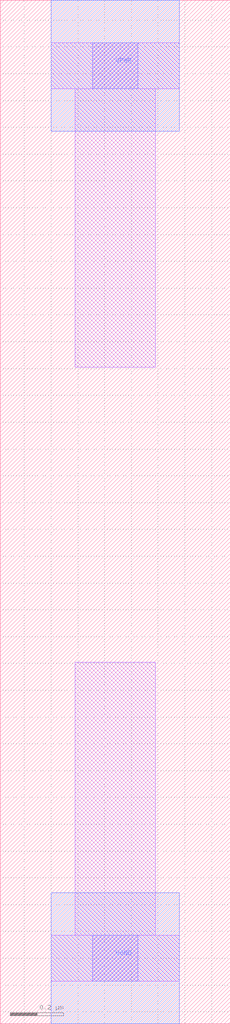
<source format=lef>
# Copyright 2020 The SkyWater PDK Authors
#
# Licensed under the Apache License, Version 2.0 (the "License");
# you may not use this file except in compliance with the License.
# You may obtain a copy of the License at
#
#     https://www.apache.org/licenses/LICENSE-2.0
#
# Unless required by applicable law or agreed to in writing, software
# distributed under the License is distributed on an "AS IS" BASIS,
# WITHOUT WARRANTIES OR CONDITIONS OF ANY KIND, either express or implied.
# See the License for the specific language governing permissions and
# limitations under the License.
#
# SPDX-License-Identifier: Apache-2.0

VERSION 5.7 ;
  NOWIREEXTENSIONATPIN ON ;
  DIVIDERCHAR "/" ;
  BUSBITCHARS "[]" ;
MACRO sky130_fd_sc_ms__latchupcell
  CLASS BLOCK ;
  FOREIGN sky130_fd_sc_ms__latchupcell ;
  ORIGIN  0.190000  0.245000 ;
  SIZE  0.860000 BY  3.820000 ;
  PIN VGND
    USE GROUND ;
    PORT
      LAYER met1 ;
        RECT 0.000000 -0.245000 0.480000 0.245000 ;
    END
  END VGND
  PIN VPWR
    USE POWER ;
    PORT
      LAYER met1 ;
        RECT 0.000000 3.085000 0.480000 3.575000 ;
    END
  END VPWR
  OBS
    LAYER li1 ;
      RECT 0.000000 -0.085000 0.480000 0.085000 ;
      RECT 0.000000  3.245000 0.480000 3.415000 ;
      RECT 0.090000  0.085000 0.390000 1.105000 ;
      RECT 0.090000  2.205000 0.390000 3.245000 ;
    LAYER mcon ;
      RECT 0.155000 -0.085000 0.325000 0.085000 ;
      RECT 0.155000  3.245000 0.325000 3.415000 ;
  END
END sky130_fd_sc_ms__latchupcell
END LIBRARY

</source>
